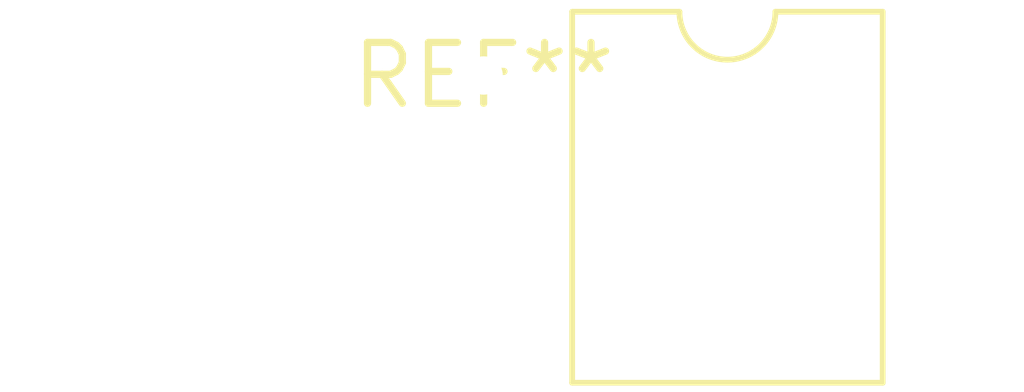
<source format=kicad_pcb>
(kicad_pcb (version 20240108) (generator pcbnew)
  (layers (0 "F.Cu" signal) (31 "B.Cu" signal) (34 "B.Paste" user) (35 "F.Paste" user) (36 "B.SilkS" user "B.Silkscreen") (37 "F.SilkS" user "F.Silkscreen") (38 "B.Mask" user) (39 "F.Mask" user) (44 "Edge.Cuts" user))
  (net 0 "")
  (footprint "DIP-5-6_W10.16mm" (layer "F.Cu") (at 0 0)
    (property "Reference" "REF**")
    (property "Value" "DIP-5-6_W10.16mm")
    (fp_line (start 1.845 -1.33) (end 1.845 6.41) (layer "F.SilkS") (stroke (width 0.12)))
    (fp_line (start 1.845 6.41) (end 8.315 6.41) (layer "F.SilkS") (stroke (width 0.12)))
    (fp_line (start 4.08 -1.33) (end 1.845 -1.33) (layer "F.SilkS") (stroke (width 0.12)))
    (fp_line (start 8.315 -1.33) (end 6.08 -1.33) (layer "F.SilkS") (stroke (width 0.12)))
    (fp_line (start 8.315 6.41) (end 8.315 -1.33) (layer "F.SilkS") (stroke (width 0.12)))
    (fp_arc (start 6.08 -1.33) (mid 5.08 -0.33) (end 4.08 -1.33) (layer "F.SilkS") (stroke (width 0.12)))
    (pad "1" thru_hole rect (at 0 0) (size 1.6 1.6) (drill 0.8) (layers *.Cu *.Mask) (remove_unused_layers))
    (pad "2" thru_hole oval (at 0 2.54) (size 1.6 1.6) (drill 0.8) (layers *.Cu *.Mask) (remove_unused_layers))
    (pad "3" thru_hole oval (at 0 5.08) (size 1.6 1.6) (drill 0.8) (layers *.Cu *.Mask) (remove_unused_layers))
    (pad "4" thru_hole oval (at 10.16 5.08) (size 1.6 1.6) (drill 0.8) (layers *.Cu *.Mask) (remove_unused_layers))
    (pad "6" thru_hole oval (at 10.16 0) (size 1.6 1.6) (drill 0.8) (layers *.Cu *.Mask) (remove_unused_layers))
  )
)
</source>
